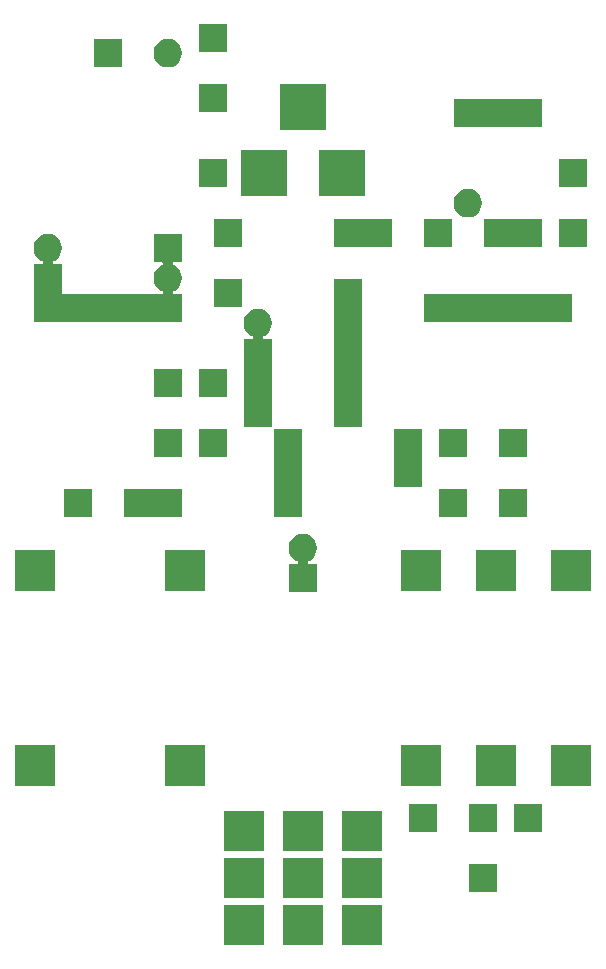
<source format=gbr>
G04 #@! TF.GenerationSoftware,KiCad,Pcbnew,5.1.6-c6e7f7d~87~ubuntu19.10.1*
G04 #@! TF.CreationDate,2021-07-04T18:41:33+06:00*
G04 #@! TF.ProjectId,distortion_+_r2a,64697374-6f72-4746-996f-6e5f2b5f7232,2A*
G04 #@! TF.SameCoordinates,Original*
G04 #@! TF.FileFunction,Soldermask,Bot*
G04 #@! TF.FilePolarity,Negative*
%FSLAX46Y46*%
G04 Gerber Fmt 4.6, Leading zero omitted, Abs format (unit mm)*
G04 Created by KiCad (PCBNEW 5.1.6-c6e7f7d~87~ubuntu19.10.1) date 2021-07-04 18:41:33*
%MOMM*%
%LPD*%
G01*
G04 APERTURE LIST*
%ADD10C,0.100000*%
G04 APERTURE END LIST*
D10*
G36*
X102110000Y-173340000D02*
G01*
X98710000Y-173340000D01*
X98710000Y-169940000D01*
X102110000Y-169940000D01*
X102110000Y-173340000D01*
G37*
G36*
X107110000Y-173340000D02*
G01*
X103710000Y-173340000D01*
X103710000Y-169940000D01*
X107110000Y-169940000D01*
X107110000Y-173340000D01*
G37*
G36*
X112110000Y-173340000D02*
G01*
X108710000Y-173340000D01*
X108710000Y-169940000D01*
X112110000Y-169940000D01*
X112110000Y-173340000D01*
G37*
G36*
X102110000Y-169340000D02*
G01*
X98710000Y-169340000D01*
X98710000Y-165940000D01*
X102110000Y-165940000D01*
X102110000Y-169340000D01*
G37*
G36*
X107110000Y-169340000D02*
G01*
X103710000Y-169340000D01*
X103710000Y-165940000D01*
X107110000Y-165940000D01*
X107110000Y-169340000D01*
G37*
G36*
X112110000Y-169340000D02*
G01*
X108710000Y-169340000D01*
X108710000Y-165940000D01*
X112110000Y-165940000D01*
X112110000Y-169340000D01*
G37*
G36*
X121850000Y-168840000D02*
G01*
X119450000Y-168840000D01*
X119450000Y-166440000D01*
X121850000Y-166440000D01*
X121850000Y-168840000D01*
G37*
G36*
X102110000Y-165340000D02*
G01*
X98710000Y-165340000D01*
X98710000Y-161940000D01*
X102110000Y-161940000D01*
X102110000Y-165340000D01*
G37*
G36*
X107110000Y-165340000D02*
G01*
X103710000Y-165340000D01*
X103710000Y-161940000D01*
X107110000Y-161940000D01*
X107110000Y-165340000D01*
G37*
G36*
X112110000Y-165340000D02*
G01*
X108710000Y-165340000D01*
X108710000Y-161940000D01*
X112110000Y-161940000D01*
X112110000Y-165340000D01*
G37*
G36*
X116770000Y-163760000D02*
G01*
X114370000Y-163760000D01*
X114370000Y-161360000D01*
X116770000Y-161360000D01*
X116770000Y-163760000D01*
G37*
G36*
X125660000Y-163760000D02*
G01*
X123260000Y-163760000D01*
X123260000Y-161360000D01*
X125660000Y-161360000D01*
X125660000Y-163760000D01*
G37*
G36*
X121850000Y-163760000D02*
G01*
X119450000Y-163760000D01*
X119450000Y-161360000D01*
X121850000Y-161360000D01*
X121850000Y-163760000D01*
G37*
G36*
X129780000Y-159810000D02*
G01*
X126380000Y-159810000D01*
X126380000Y-156410000D01*
X129780000Y-156410000D01*
X129780000Y-159810000D01*
G37*
G36*
X117080000Y-159810000D02*
G01*
X113680000Y-159810000D01*
X113680000Y-156410000D01*
X117080000Y-156410000D01*
X117080000Y-159810000D01*
G37*
G36*
X97140000Y-159810000D02*
G01*
X93740000Y-159810000D01*
X93740000Y-156410000D01*
X97140000Y-156410000D01*
X97140000Y-159810000D01*
G37*
G36*
X84440000Y-159810000D02*
G01*
X81040000Y-159810000D01*
X81040000Y-156410000D01*
X84440000Y-156410000D01*
X84440000Y-159810000D01*
G37*
G36*
X123430000Y-159810000D02*
G01*
X120030000Y-159810000D01*
X120030000Y-156410000D01*
X123430000Y-156410000D01*
X123430000Y-159810000D01*
G37*
G36*
X105760026Y-138546115D02*
G01*
X105978411Y-138636573D01*
X105978413Y-138636574D01*
X106174955Y-138767899D01*
X106342101Y-138935045D01*
X106473427Y-139131589D01*
X106563885Y-139349974D01*
X106610000Y-139581809D01*
X106610000Y-139818191D01*
X106563885Y-140050026D01*
X106473427Y-140268411D01*
X106342101Y-140464955D01*
X106174955Y-140632101D01*
X105978412Y-140763427D01*
X105891282Y-140799517D01*
X105869671Y-140811068D01*
X105850729Y-140826613D01*
X105835184Y-140845555D01*
X105823633Y-140867166D01*
X105816520Y-140890615D01*
X105814118Y-140915001D01*
X105816520Y-140939387D01*
X105823633Y-140962836D01*
X105835184Y-140984447D01*
X105850729Y-141003389D01*
X105869671Y-141018934D01*
X105891282Y-141030485D01*
X105914731Y-141037598D01*
X105939117Y-141040000D01*
X106610000Y-141040000D01*
X106610000Y-143440000D01*
X104210000Y-143440000D01*
X104210000Y-141040000D01*
X104880883Y-141040000D01*
X104905269Y-141037598D01*
X104928718Y-141030485D01*
X104950329Y-141018934D01*
X104969271Y-141003389D01*
X104984816Y-140984447D01*
X104996367Y-140962836D01*
X105003480Y-140939387D01*
X105005882Y-140915001D01*
X105003480Y-140890615D01*
X104996367Y-140867166D01*
X104984816Y-140845555D01*
X104969271Y-140826613D01*
X104950329Y-140811068D01*
X104928718Y-140799517D01*
X104841588Y-140763427D01*
X104645045Y-140632101D01*
X104477899Y-140464955D01*
X104346573Y-140268411D01*
X104256115Y-140050026D01*
X104210000Y-139818191D01*
X104210000Y-139581809D01*
X104256115Y-139349974D01*
X104346573Y-139131589D01*
X104477899Y-138935045D01*
X104645045Y-138767899D01*
X104841587Y-138636574D01*
X104841589Y-138636573D01*
X105059974Y-138546115D01*
X105291809Y-138500000D01*
X105528191Y-138500000D01*
X105760026Y-138546115D01*
G37*
G36*
X123430000Y-143310000D02*
G01*
X120030000Y-143310000D01*
X120030000Y-139910000D01*
X123430000Y-139910000D01*
X123430000Y-143310000D01*
G37*
G36*
X84440000Y-143310000D02*
G01*
X81040000Y-143310000D01*
X81040000Y-139910000D01*
X84440000Y-139910000D01*
X84440000Y-143310000D01*
G37*
G36*
X97140000Y-143310000D02*
G01*
X93740000Y-143310000D01*
X93740000Y-139910000D01*
X97140000Y-139910000D01*
X97140000Y-143310000D01*
G37*
G36*
X129780000Y-143310000D02*
G01*
X126380000Y-143310000D01*
X126380000Y-139910000D01*
X129780000Y-139910000D01*
X129780000Y-143310000D01*
G37*
G36*
X117080000Y-143310000D02*
G01*
X113680000Y-143310000D01*
X113680000Y-139910000D01*
X117080000Y-139910000D01*
X117080000Y-143310000D01*
G37*
G36*
X105340000Y-137090000D02*
G01*
X102940000Y-137090000D01*
X102940000Y-129610000D01*
X105340000Y-129610000D01*
X105340000Y-137090000D01*
G37*
G36*
X87560000Y-137090000D02*
G01*
X85160000Y-137090000D01*
X85160000Y-134690000D01*
X87560000Y-134690000D01*
X87560000Y-137090000D01*
G37*
G36*
X95180000Y-137090000D02*
G01*
X90240000Y-137090000D01*
X90240000Y-134690000D01*
X95180000Y-134690000D01*
X95180000Y-137090000D01*
G37*
G36*
X124390000Y-137090000D02*
G01*
X121990000Y-137090000D01*
X121990000Y-134690000D01*
X124390000Y-134690000D01*
X124390000Y-137090000D01*
G37*
G36*
X119310000Y-137090000D02*
G01*
X116910000Y-137090000D01*
X116910000Y-134690000D01*
X119310000Y-134690000D01*
X119310000Y-137090000D01*
G37*
G36*
X115500000Y-134550000D02*
G01*
X113100000Y-134550000D01*
X113100000Y-129610000D01*
X115500000Y-129610000D01*
X115500000Y-134550000D01*
G37*
G36*
X124390000Y-132010000D02*
G01*
X121990000Y-132010000D01*
X121990000Y-129610000D01*
X124390000Y-129610000D01*
X124390000Y-132010000D01*
G37*
G36*
X98990000Y-132010000D02*
G01*
X96590000Y-132010000D01*
X96590000Y-129610000D01*
X98990000Y-129610000D01*
X98990000Y-132010000D01*
G37*
G36*
X95180000Y-132010000D02*
G01*
X92780000Y-132010000D01*
X92780000Y-129610000D01*
X95180000Y-129610000D01*
X95180000Y-132010000D01*
G37*
G36*
X119310000Y-132010000D02*
G01*
X116910000Y-132010000D01*
X116910000Y-129610000D01*
X119310000Y-129610000D01*
X119310000Y-132010000D01*
G37*
G36*
X101950026Y-119496115D02*
G01*
X102168411Y-119586573D01*
X102168413Y-119586574D01*
X102364955Y-119717899D01*
X102532101Y-119885045D01*
X102663427Y-120081589D01*
X102753885Y-120299974D01*
X102800000Y-120531809D01*
X102800000Y-120768191D01*
X102753885Y-121000026D01*
X102663427Y-121218411D01*
X102532101Y-121414955D01*
X102364955Y-121582101D01*
X102168412Y-121713427D01*
X102081282Y-121749517D01*
X102059671Y-121761068D01*
X102040729Y-121776613D01*
X102025184Y-121795555D01*
X102013633Y-121817166D01*
X102006520Y-121840615D01*
X102004118Y-121865001D01*
X102006520Y-121889387D01*
X102013633Y-121912836D01*
X102025184Y-121934447D01*
X102040729Y-121953389D01*
X102059671Y-121968934D01*
X102081282Y-121980485D01*
X102104731Y-121987598D01*
X102129117Y-121990000D01*
X102800000Y-121990000D01*
X102800000Y-129470000D01*
X100400000Y-129470000D01*
X100400000Y-121990000D01*
X101070883Y-121990000D01*
X101095269Y-121987598D01*
X101118718Y-121980485D01*
X101140329Y-121968934D01*
X101159271Y-121953389D01*
X101174816Y-121934447D01*
X101186367Y-121912836D01*
X101193480Y-121889387D01*
X101195882Y-121865001D01*
X101193480Y-121840615D01*
X101186367Y-121817166D01*
X101174816Y-121795555D01*
X101159271Y-121776613D01*
X101140329Y-121761068D01*
X101118718Y-121749517D01*
X101031588Y-121713427D01*
X100835045Y-121582101D01*
X100667899Y-121414955D01*
X100536573Y-121218411D01*
X100446115Y-121000026D01*
X100400000Y-120768191D01*
X100400000Y-120531809D01*
X100446115Y-120299974D01*
X100536573Y-120081589D01*
X100667899Y-119885045D01*
X100835045Y-119717899D01*
X101031587Y-119586574D01*
X101031589Y-119586573D01*
X101249974Y-119496115D01*
X101481809Y-119450000D01*
X101718191Y-119450000D01*
X101950026Y-119496115D01*
G37*
G36*
X110420000Y-129470000D02*
G01*
X108020000Y-129470000D01*
X108020000Y-116910000D01*
X110420000Y-116910000D01*
X110420000Y-129470000D01*
G37*
G36*
X95180000Y-126930000D02*
G01*
X92780000Y-126930000D01*
X92780000Y-124530000D01*
X95180000Y-124530000D01*
X95180000Y-126930000D01*
G37*
G36*
X98990000Y-126930000D02*
G01*
X96590000Y-126930000D01*
X96590000Y-124530000D01*
X98990000Y-124530000D01*
X98990000Y-126930000D01*
G37*
G36*
X84170026Y-113146115D02*
G01*
X84388411Y-113236573D01*
X84388413Y-113236574D01*
X84584955Y-113367899D01*
X84752101Y-113535045D01*
X84883427Y-113731589D01*
X84973885Y-113949974D01*
X85020000Y-114181809D01*
X85020000Y-114418191D01*
X84973885Y-114650026D01*
X84883427Y-114868411D01*
X84752101Y-115064955D01*
X84584955Y-115232101D01*
X84388412Y-115363427D01*
X84301282Y-115399517D01*
X84279671Y-115411068D01*
X84260729Y-115426613D01*
X84245184Y-115445555D01*
X84233633Y-115467166D01*
X84226520Y-115490615D01*
X84224118Y-115515001D01*
X84226520Y-115539387D01*
X84233633Y-115562836D01*
X84245184Y-115584447D01*
X84260729Y-115603389D01*
X84279671Y-115618934D01*
X84301282Y-115630485D01*
X84324731Y-115637598D01*
X84349117Y-115640000D01*
X85020000Y-115640000D01*
X85020000Y-118055001D01*
X85022402Y-118079387D01*
X85029515Y-118102836D01*
X85041066Y-118124447D01*
X85056611Y-118143389D01*
X85075553Y-118158934D01*
X85097164Y-118170485D01*
X85120613Y-118177598D01*
X85144999Y-118180000D01*
X93450883Y-118180000D01*
X93475269Y-118177598D01*
X93498718Y-118170485D01*
X93520329Y-118158934D01*
X93539271Y-118143389D01*
X93554816Y-118124447D01*
X93566367Y-118102836D01*
X93573480Y-118079387D01*
X93575882Y-118055001D01*
X93573480Y-118030615D01*
X93566367Y-118007166D01*
X93554816Y-117985555D01*
X93539271Y-117966613D01*
X93520329Y-117951068D01*
X93498718Y-117939517D01*
X93411588Y-117903427D01*
X93215045Y-117772101D01*
X93047899Y-117604955D01*
X92916573Y-117408411D01*
X92826115Y-117190026D01*
X92780000Y-116958191D01*
X92780000Y-116721809D01*
X92826115Y-116489974D01*
X92916573Y-116271589D01*
X93047899Y-116075045D01*
X93215045Y-115907899D01*
X93411588Y-115776573D01*
X93498718Y-115740483D01*
X93520329Y-115728932D01*
X93539271Y-115713387D01*
X93554816Y-115694445D01*
X93566367Y-115672834D01*
X93573480Y-115649385D01*
X93575882Y-115624999D01*
X93573480Y-115600613D01*
X93566367Y-115577164D01*
X93554816Y-115555553D01*
X93539271Y-115536611D01*
X93520329Y-115521066D01*
X93498718Y-115509515D01*
X93475269Y-115502402D01*
X93450883Y-115500000D01*
X92780000Y-115500000D01*
X92780000Y-113100000D01*
X95180000Y-113100000D01*
X95180000Y-115500000D01*
X94509117Y-115500000D01*
X94484731Y-115502402D01*
X94461282Y-115509515D01*
X94439671Y-115521066D01*
X94420729Y-115536611D01*
X94405184Y-115555553D01*
X94393633Y-115577164D01*
X94386520Y-115600613D01*
X94384118Y-115624999D01*
X94386520Y-115649385D01*
X94393633Y-115672834D01*
X94405184Y-115694445D01*
X94420729Y-115713387D01*
X94439671Y-115728932D01*
X94461282Y-115740483D01*
X94548412Y-115776573D01*
X94744955Y-115907899D01*
X94912101Y-116075045D01*
X95043427Y-116271589D01*
X95133885Y-116489974D01*
X95180000Y-116721809D01*
X95180000Y-116958191D01*
X95133885Y-117190026D01*
X95043427Y-117408411D01*
X94912101Y-117604955D01*
X94744955Y-117772101D01*
X94548412Y-117903427D01*
X94461282Y-117939517D01*
X94439671Y-117951068D01*
X94420729Y-117966613D01*
X94405184Y-117985555D01*
X94393633Y-118007166D01*
X94386520Y-118030615D01*
X94384118Y-118055001D01*
X94386520Y-118079387D01*
X94393633Y-118102836D01*
X94405184Y-118124447D01*
X94420729Y-118143389D01*
X94439671Y-118158934D01*
X94461282Y-118170485D01*
X94484731Y-118177598D01*
X94509117Y-118180000D01*
X95180000Y-118180000D01*
X95180000Y-120580000D01*
X82620000Y-120580000D01*
X82620000Y-115640000D01*
X83290883Y-115640000D01*
X83315269Y-115637598D01*
X83338718Y-115630485D01*
X83360329Y-115618934D01*
X83379271Y-115603389D01*
X83394816Y-115584447D01*
X83406367Y-115562836D01*
X83413480Y-115539387D01*
X83415882Y-115515001D01*
X83413480Y-115490615D01*
X83406367Y-115467166D01*
X83394816Y-115445555D01*
X83379271Y-115426613D01*
X83360329Y-115411068D01*
X83338718Y-115399517D01*
X83251588Y-115363427D01*
X83055045Y-115232101D01*
X82887899Y-115064955D01*
X82756573Y-114868411D01*
X82666115Y-114650026D01*
X82620000Y-114418191D01*
X82620000Y-114181809D01*
X82666115Y-113949974D01*
X82756573Y-113731589D01*
X82887899Y-113535045D01*
X83055045Y-113367899D01*
X83251587Y-113236574D01*
X83251589Y-113236573D01*
X83469974Y-113146115D01*
X83701809Y-113100000D01*
X83938191Y-113100000D01*
X84170026Y-113146115D01*
G37*
G36*
X128200000Y-120580000D02*
G01*
X115640000Y-120580000D01*
X115640000Y-118180000D01*
X128200000Y-118180000D01*
X128200000Y-120580000D01*
G37*
G36*
X100260000Y-119310000D02*
G01*
X97860000Y-119310000D01*
X97860000Y-116910000D01*
X100260000Y-116910000D01*
X100260000Y-119310000D01*
G37*
G36*
X100260000Y-114230000D02*
G01*
X97860000Y-114230000D01*
X97860000Y-111830000D01*
X100260000Y-111830000D01*
X100260000Y-114230000D01*
G37*
G36*
X129470000Y-114230000D02*
G01*
X127070000Y-114230000D01*
X127070000Y-111830000D01*
X129470000Y-111830000D01*
X129470000Y-114230000D01*
G37*
G36*
X118040000Y-114230000D02*
G01*
X115640000Y-114230000D01*
X115640000Y-111830000D01*
X118040000Y-111830000D01*
X118040000Y-114230000D01*
G37*
G36*
X112960000Y-114230000D02*
G01*
X108020000Y-114230000D01*
X108020000Y-111830000D01*
X112960000Y-111830000D01*
X112960000Y-114230000D01*
G37*
G36*
X125660000Y-114230000D02*
G01*
X120720000Y-114230000D01*
X120720000Y-111830000D01*
X125660000Y-111830000D01*
X125660000Y-114230000D01*
G37*
G36*
X119730026Y-109336115D02*
G01*
X119948411Y-109426573D01*
X119948413Y-109426574D01*
X120144955Y-109557899D01*
X120312101Y-109725045D01*
X120443427Y-109921589D01*
X120533885Y-110139974D01*
X120580000Y-110371809D01*
X120580000Y-110608191D01*
X120533885Y-110840026D01*
X120443427Y-111058411D01*
X120443426Y-111058413D01*
X120312101Y-111254955D01*
X120144955Y-111422101D01*
X119948413Y-111553426D01*
X119948412Y-111553427D01*
X119948411Y-111553427D01*
X119730026Y-111643885D01*
X119498191Y-111690000D01*
X119261809Y-111690000D01*
X119029974Y-111643885D01*
X118811589Y-111553427D01*
X118811588Y-111553427D01*
X118811587Y-111553426D01*
X118615045Y-111422101D01*
X118447899Y-111254955D01*
X118316574Y-111058413D01*
X118316573Y-111058411D01*
X118226115Y-110840026D01*
X118180000Y-110608191D01*
X118180000Y-110371809D01*
X118226115Y-110139974D01*
X118316573Y-109921589D01*
X118447899Y-109725045D01*
X118615045Y-109557899D01*
X118811587Y-109426574D01*
X118811589Y-109426573D01*
X119029974Y-109336115D01*
X119261809Y-109290000D01*
X119498191Y-109290000D01*
X119730026Y-109336115D01*
G37*
G36*
X110660000Y-109890000D02*
G01*
X106760000Y-109890000D01*
X106760000Y-105990000D01*
X110660000Y-105990000D01*
X110660000Y-109890000D01*
G37*
G36*
X104060000Y-109890000D02*
G01*
X100160000Y-109890000D01*
X100160000Y-105990000D01*
X104060000Y-105990000D01*
X104060000Y-109890000D01*
G37*
G36*
X98990000Y-109150000D02*
G01*
X96590000Y-109150000D01*
X96590000Y-106750000D01*
X98990000Y-106750000D01*
X98990000Y-109150000D01*
G37*
G36*
X129470000Y-109150000D02*
G01*
X127070000Y-109150000D01*
X127070000Y-106750000D01*
X129470000Y-106750000D01*
X129470000Y-109150000D01*
G37*
G36*
X107360000Y-104290000D02*
G01*
X103460000Y-104290000D01*
X103460000Y-100390000D01*
X107360000Y-100390000D01*
X107360000Y-104290000D01*
G37*
G36*
X125660000Y-104070000D02*
G01*
X118180000Y-104070000D01*
X118180000Y-101670000D01*
X125660000Y-101670000D01*
X125660000Y-104070000D01*
G37*
G36*
X98990000Y-102800000D02*
G01*
X96590000Y-102800000D01*
X96590000Y-100400000D01*
X98990000Y-100400000D01*
X98990000Y-102800000D01*
G37*
G36*
X94330026Y-96636115D02*
G01*
X94548411Y-96726573D01*
X94548413Y-96726574D01*
X94744955Y-96857899D01*
X94912101Y-97025045D01*
X95043427Y-97221589D01*
X95133885Y-97439974D01*
X95180000Y-97671809D01*
X95180000Y-97908191D01*
X95133885Y-98140026D01*
X95043427Y-98358411D01*
X95043426Y-98358413D01*
X94912101Y-98554955D01*
X94744955Y-98722101D01*
X94548413Y-98853426D01*
X94548412Y-98853427D01*
X94548411Y-98853427D01*
X94330026Y-98943885D01*
X94098191Y-98990000D01*
X93861809Y-98990000D01*
X93629974Y-98943885D01*
X93411589Y-98853427D01*
X93411588Y-98853427D01*
X93411587Y-98853426D01*
X93215045Y-98722101D01*
X93047899Y-98554955D01*
X92916574Y-98358413D01*
X92916573Y-98358411D01*
X92826115Y-98140026D01*
X92780000Y-97908191D01*
X92780000Y-97671809D01*
X92826115Y-97439974D01*
X92916573Y-97221589D01*
X93047899Y-97025045D01*
X93215045Y-96857899D01*
X93411587Y-96726574D01*
X93411589Y-96726573D01*
X93629974Y-96636115D01*
X93861809Y-96590000D01*
X94098191Y-96590000D01*
X94330026Y-96636115D01*
G37*
G36*
X90100000Y-98990000D02*
G01*
X87700000Y-98990000D01*
X87700000Y-96590000D01*
X90100000Y-96590000D01*
X90100000Y-98990000D01*
G37*
G36*
X98990000Y-97720000D02*
G01*
X96590000Y-97720000D01*
X96590000Y-95320000D01*
X98990000Y-95320000D01*
X98990000Y-97720000D01*
G37*
M02*

</source>
